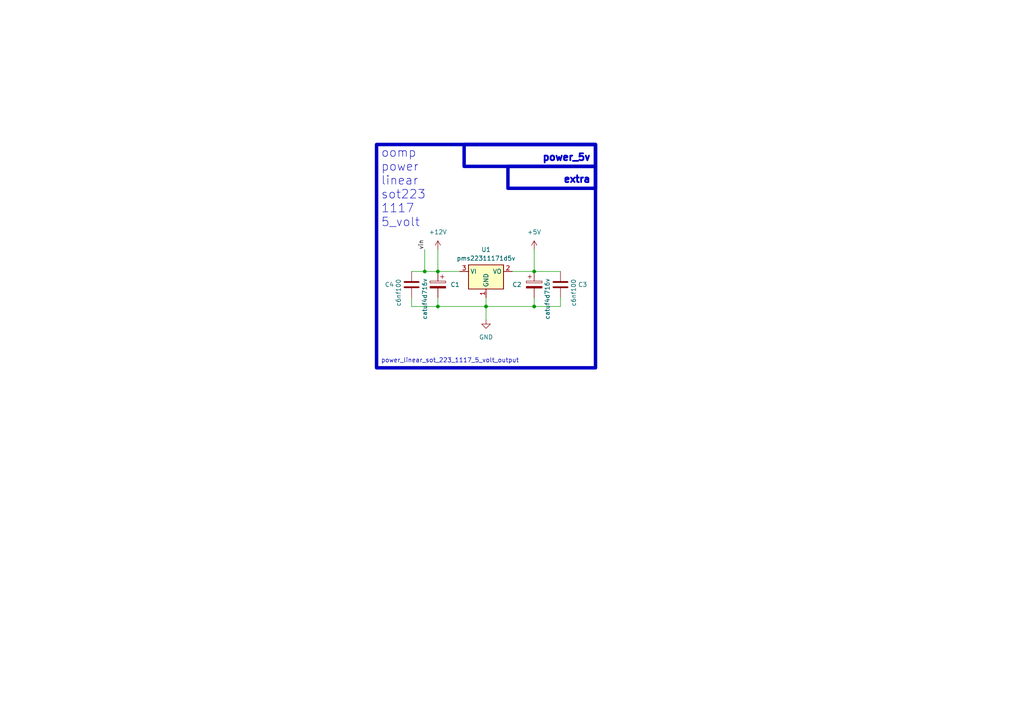
<source format=kicad_sch>
(kicad_sch (version 20230121) (generator eeschema)
  (paper "A4")
  (lib_symbols
    (symbol "oomlout_oomp_part_symbols:c6nf100_electronic_capacitor_0603_100_nano_farad" (pin_numbers hide) (pin_names (offset 0.254))
      (property "Reference" "C" (at 0.635 2.54 0))
      (property "Value" "c6nf100_electronic_capacitor_0603_100_nano_farad" (at 0.635 -2.54 0))
      (symbol "c6nf100_electronic_capacitor_0603_100_nano_farad_0_1"
        (polyline (pts (xy -2.032 -0.762) (xy 2.032 -0.762)) (stroke (width 0.508)))
        (polyline (pts (xy -2.032 0.762) (xy 2.032 0.762)) (stroke (width 0.508)))
      )
      (symbol "c6nf100_electronic_capacitor_0603_100_nano_farad_1_1"
        (pin passive line (at 0 3.81 270) (length 2.794) (name "~") (number "1"))
        (pin passive line (at 0 -3.81 90) (length 2.794) (name "~") (number "2"))
      )
    )
    (symbol "oomlout_oomp_part_symbols:catuf4d716v_electronic_capacitor_3216_avx_a_tantalum_4_7_micro_farad_16_volt" (pin_numbers hide) (pin_names (offset 0.254))
      (property "Reference" "C" (at 0.635 2.54 0))
      (property "Value" "catuf4d716v_electronic_capacitor_3216_avx_a_tantalum_4_7_micro_farad_16_volt" (at 0.635 -2.54 0))
      (symbol "catuf4d716v_electronic_capacitor_3216_avx_a_tantalum_4_7_micro_farad_16_volt_0_1"
        (rectangle (start -2.286 0.508) (end 2.286 1.016))
        (polyline (pts (xy -1.778 2.286) (xy -0.762 2.286)))
        (polyline (pts (xy -1.27 2.794) (xy -1.27 1.778)))
        (rectangle (start 2.286 -0.508) (end -2.286 -1.016) (fill (type outline)))
      )
      (symbol "catuf4d716v_electronic_capacitor_3216_avx_a_tantalum_4_7_micro_farad_16_volt_1_1"
        (pin passive line (at 0 3.81 270) (length 2.794) (name "~") (number "1"))
        (pin passive line (at 0 -3.81 90) (length 2.794) (name "~") (number "2"))
      )
    )
    (symbol "oomlout_oomp_part_symbols:pms22311171d5v_electronic_pmic_sot_223_linear_1117_1_5_volt"
      (property "Reference" "J" (at -3.81 3.175 0))
      (property "Value" "pms22311171d5v_electronic_pmic_sot_223_linear_1117_1_5_volt" (at 0 3.175 0))
      (symbol "pms22311171d5v_electronic_pmic_sot_223_linear_1117_1_5_volt_0_1"
        (rectangle (start -5.08 -5.08) (end 5.08 1.905) (stroke (width 0.254)) (fill (type background)))
      )
      (symbol "pms22311171d5v_electronic_pmic_sot_223_linear_1117_1_5_volt_1_1"
        (pin power_in line (at 0 -7.62 90) (length 2.54) (name "GND") (number "1"))
        (pin power_out line (at 7.62 0 180) (length 2.54) (name "VO") (number "2"))
        (pin power_in line (at -7.62 0 0) (length 2.54) (name "VI") (number "3"))
      )
    )
    (symbol "power:+12V" (power) (pin_names (offset 0))
      (property "Value" "+12V" (at 0 3.556 0))
      (symbol "+12V_0_1"
        (polyline (pts (xy -0.762 1.27) (xy 0 2.54)))
        (polyline (pts (xy 0 0) (xy 0 2.54)))
        (polyline (pts (xy 0 2.54) (xy 0.762 1.27)))
      )
      (symbol "+12V_1_1"
        (pin power_in line (at 0 0 90) (length 0) hide (name "+12V") (number "1"))
      )
    )
    (symbol "power:+5V" (power) (pin_names (offset 0))
      (property "Value" "+5V" (at 0 3.556 0))
      (symbol "+5V_0_1"
        (polyline (pts (xy -0.762 1.27) (xy 0 2.54)))
        (polyline (pts (xy 0 0) (xy 0 2.54)))
        (polyline (pts (xy 0 2.54) (xy 0.762 1.27)))
      )
      (symbol "+5V_1_1"
        (pin power_in line (at 0 0 90) (length 0) hide (name "+5V") (number "1"))
      )
    )
    (symbol "power:GND" (power) (pin_names (offset 0))
      (property "Value" "GND" (at 0 -3.81 0))
      (symbol "GND_0_1"
        (polyline (pts (xy 0 0) (xy 0 -1.27) (xy 1.27 -1.27) (xy 0 -2.54) (xy -1.27 -1.27) (xy 0 -1.27)))
      )
      (symbol "GND_1_1"
        (pin power_in line (at 0 0 270) (length 0) hide (name "GND") (number "1"))
      )
    )
  )
  (junction (at 127 78.74))
  (junction (at 127 88.9))
  (junction (at 123.19 78.74))
  (junction (at 154.94 78.74))
  (junction (at 154.94 88.9))
  (junction (at 140.97 88.9))
  (wire (pts (xy 140.97 86.36) (xy 140.97 88.9)))
  (wire (pts (xy 154.94 86.36) (xy 154.94 88.9)))
  (wire (pts (xy 162.56 86.36) (xy 162.56 88.9)))
  (wire (pts (xy 140.97 88.9) (xy 127 88.9)))
  (wire (pts (xy 140.97 88.9) (xy 154.94 88.9)))
  (wire (pts (xy 154.94 78.74) (xy 148.59 78.74)))
  (wire (pts (xy 127 78.74) (xy 127 72.39)))
  (wire (pts (xy 154.94 72.39) (xy 154.94 78.74)))
  (wire (pts (xy 123.19 72.39) (xy 123.19 78.74)))
  (wire (pts (xy 119.38 78.74) (xy 123.19 78.74)))
  (wire (pts (xy 154.94 78.74) (xy 162.56 78.74)))
  (wire (pts (xy 119.38 86.36) (xy 119.38 88.9)))
  (wire (pts (xy 133.35 78.74) (xy 127 78.74)))
  (wire (pts (xy 140.97 88.9) (xy 140.97 92.71)))
  (wire (pts (xy 123.19 78.74) (xy 127 78.74)))
  (wire (pts (xy 162.56 88.9) (xy 154.94 88.9)))
  (wire (pts (xy 119.38 88.9) (xy 127 88.9)))
  (wire (pts (xy 127 88.9) (xy 127 86.36)))
  (rectangle (start 109.22 41.91) (end 172.72 106.68) (stroke (width 1)))
  (rectangle (start 134.62 41.91) (end 172.72 48.26) (stroke (width 1)))
  (rectangle (start 147.32 48.26) (end 172.72 54.61) (stroke (width 1)))
  (text "extra" (at 171.45 53.34 0) (effects (font (size 2 2) (thickness 0.8) bold) (justify right bottom)))
  (text "power_linear_sot_223_1117_5_volt_output" (at 110.49 105.41 0) (effects (font (size 1.27 1.27)) (justify left bottom)))
  (text "power_5v\n" (at 171.45 46.99 0) (effects (font (size 2 2) (thickness 0.8) bold) (justify right bottom)))
  (text "oomp\npower\nlinear\nsot223\n1117\n5_volt" (at 110.49 66.04 0) (effects (font (size 2.5 2.5)) (justify left bottom)))
  (label "vin" (at 123.19 72.39 90))
  (symbol (lib_id "power:GND") (at 140.97 92.71 0) (unit 1)
    (property "Reference" "#PWR02" (effects hide))
    (property "Value" "GND" (at 140.97 97.79 0))
  )
  (symbol (lib_id "power:+12V") (at 127 72.39 0) (unit 1)
    (property "Reference" "#PWR01" (effects hide))
    (property "Value" "+12V" (at 127 67.31 0))
  )
  (symbol (lib_id "oomlout_oomp_part_symbols:c6nf100_electronic_capacitor_0603_100_nano_farad") (at 119.38 82.55 0) (mirror y) (unit 1)
    (property "Reference" "C4" (at 114.3 82.55 0) (effects (justify left)))
    (property "Value" "c6nf100" (at 115.57 88.9 90) (effects (justify left)))
    (property "Footprint" "oomlout_oomp_part_footprints:c6nf100_electronic_capacitor_0603_100_nano_farad" (effects hide))
    (property "Datasheet" "https://github.com/oomlout/oomlout_oomp_v3/parts/electronic_capacitor_0603_100_nano_farad/datasheet.pdf" (effects hide))
  )
  (symbol (lib_id "oomlout_oomp_part_symbols:c6nf100_electronic_capacitor_0603_100_nano_farad") (at 162.56 82.55 0) (unit 1)
    (property "Reference" "C3" (at 167.64 82.55 0) (effects (justify left)))
    (property "Value" "c6nf100" (at 166.37 88.9 90) (effects (justify left)))
    (property "Footprint" "oomlout_oomp_part_footprints:c6nf100_electronic_capacitor_0603_100_nano_farad" (effects hide))
    (property "Datasheet" "https://github.com/oomlout/oomlout_oomp_v3/parts/electronic_capacitor_0603_100_nano_farad/datasheet.pdf" (effects hide))
  )
  (symbol (lib_id "oomlout_oomp_part_symbols:catuf4d716v_electronic_capacitor_3216_avx_a_tantalum_4_7_micro_farad_16_volt") (at 127 82.55 0) (mirror y) (unit 1)
    (property "Reference" "C1" (at 133.35 82.55 0) (effects (justify left)))
    (property "Value" "catuf4d716v" (at 123.19 92.71 90) (effects (justify left)))
    (property "Footprint" "oomlout_oomp_part_kicad_footprints:catuf4d716v_electronic_capacitor_3216_avx_a_tantalum_4_7_micro_farad_16_volt" (effects hide))
    (property "Datasheet" "https://github.com/oomlout/oomlout_oomp_v3/parts/electronic_capacitor_3216_avx_a_tantalum_4_7_micro_farad_16_volt/datasheet.pdf" (effects hide))
  )
  (symbol (lib_id "oomlout_oomp_part_symbols:catuf4d716v_electronic_capacitor_3216_avx_a_tantalum_4_7_micro_farad_16_volt") (at 154.94 82.55 0) (unit 1)
    (property "Reference" "C2" (at 148.59 82.55 0) (effects (justify left)))
    (property "Value" "catuf4d716v" (at 158.75 92.71 90) (effects (justify left)))
    (property "Footprint" "oomlout_oomp_part_kicad_footprints:catuf4d716v_electronic_capacitor_3216_avx_a_tantalum_4_7_micro_farad_16_volt" (effects hide))
    (property "Datasheet" "https://github.com/oomlout/oomlout_oomp_v3/parts/electronic_capacitor_3216_avx_a_tantalum_4_7_micro_farad_16_volt/datasheet.pdf" (effects hide))
  )
  (symbol (lib_id "power:+5V") (at 154.94 72.39 0) (unit 1)
    (property "Reference" "#PWR03" (effects hide))
    (property "Value" "+5V" (at 154.94 67.31 0))
  )
  (symbol (lib_id "oomlout_oomp_part_symbols:pms22311171d5v_electronic_pmic_sot_223_linear_1117_1_5_volt") (at 140.97 78.74 0) (unit 1)
    (property "Reference" "U1" (at 140.97 72.39 0))
    (property "Value" "pms22311171d5v" (at 140.97 74.93 0))
    (property "Footprint" "oomlout_oomp_part_kicad_footprints:pms22311171d5v_electronic_pmic_sot_223_linear_1117_1_5_volt" (effects hide))
    (property "Datasheet" "https://github.com/oomlout/oomlout_oomp_v3/parts/electronic_pmic_sot_223_linear_1117_1_5_volt/datasheet.pdf" (effects hide))
  )
)
</source>
